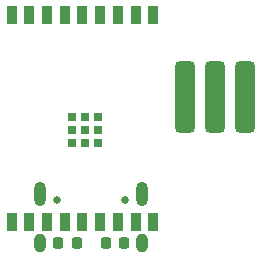
<source format=gbs>
G04 #@! TF.GenerationSoftware,KiCad,Pcbnew,(6.0.4)*
G04 #@! TF.CreationDate,2023-03-05T19:47:51+01:00*
G04 #@! TF.ProjectId,hair-02,68616972-2d30-4322-9e6b-696361645f70,rev?*
G04 #@! TF.SameCoordinates,Original*
G04 #@! TF.FileFunction,Soldermask,Bot*
G04 #@! TF.FilePolarity,Negative*
%FSLAX46Y46*%
G04 Gerber Fmt 4.6, Leading zero omitted, Abs format (unit mm)*
G04 Created by KiCad (PCBNEW (6.0.4)) date 2023-03-05 19:47:51*
%MOMM*%
%LPD*%
G01*
G04 APERTURE LIST*
G04 Aperture macros list*
%AMRoundRect*
0 Rectangle with rounded corners*
0 $1 Rounding radius*
0 $2 $3 $4 $5 $6 $7 $8 $9 X,Y pos of 4 corners*
0 Add a 4 corners polygon primitive as box body*
4,1,4,$2,$3,$4,$5,$6,$7,$8,$9,$2,$3,0*
0 Add four circle primitives for the rounded corners*
1,1,$1+$1,$2,$3*
1,1,$1+$1,$4,$5*
1,1,$1+$1,$6,$7*
1,1,$1+$1,$8,$9*
0 Add four rect primitives between the rounded corners*
20,1,$1+$1,$2,$3,$4,$5,0*
20,1,$1+$1,$4,$5,$6,$7,0*
20,1,$1+$1,$6,$7,$8,$9,0*
20,1,$1+$1,$8,$9,$2,$3,0*%
G04 Aperture macros list end*
%ADD10C,0.650000*%
%ADD11O,1.000000X2.100000*%
%ADD12O,1.000000X1.600000*%
%ADD13RoundRect,0.218750X-0.218750X-0.256250X0.218750X-0.256250X0.218750X0.256250X-0.218750X0.256250X0*%
%ADD14R,0.900000X1.500000*%
%ADD15R,0.700000X0.700000*%
%ADD16RoundRect,0.218750X0.218750X0.256250X-0.218750X0.256250X-0.218750X-0.256250X0.218750X-0.256250X0*%
%ADD17RoundRect,0.425000X-0.425000X-2.625000X0.425000X-2.625000X0.425000X2.625000X-0.425000X2.625000X0*%
G04 APERTURE END LIST*
D10*
X145610000Y-112250000D03*
X151390000Y-112250000D03*
D11*
X144180000Y-111720000D03*
D12*
X144180000Y-115900000D03*
D11*
X152820000Y-111720000D03*
D12*
X152820000Y-115900000D03*
D13*
X149712500Y-115900000D03*
X151287500Y-115900000D03*
D14*
X141750000Y-96550000D03*
X143250000Y-96550000D03*
X144750000Y-96550000D03*
X146250000Y-96550000D03*
X147750000Y-96550000D03*
X149250000Y-96550000D03*
X150750000Y-96550000D03*
X152250000Y-96550000D03*
X153750000Y-96550000D03*
X153750000Y-114050000D03*
X152250000Y-114050000D03*
X150750000Y-114050000D03*
X149250000Y-114050000D03*
X147750000Y-114050000D03*
X146250000Y-114050000D03*
X144750000Y-114050000D03*
X143250000Y-114050000D03*
X141750000Y-114050000D03*
D15*
X147950000Y-105160000D03*
X146850000Y-107360000D03*
X149050000Y-107360000D03*
X146850000Y-105160000D03*
X149050000Y-106260000D03*
X146850000Y-106260000D03*
X147950000Y-106260000D03*
X149050000Y-105160000D03*
X147950000Y-107360000D03*
D16*
X147287500Y-115900000D03*
X145712500Y-115900000D03*
D17*
X161540000Y-103500000D03*
X159000000Y-103500000D03*
X156460000Y-103500000D03*
M02*

</source>
